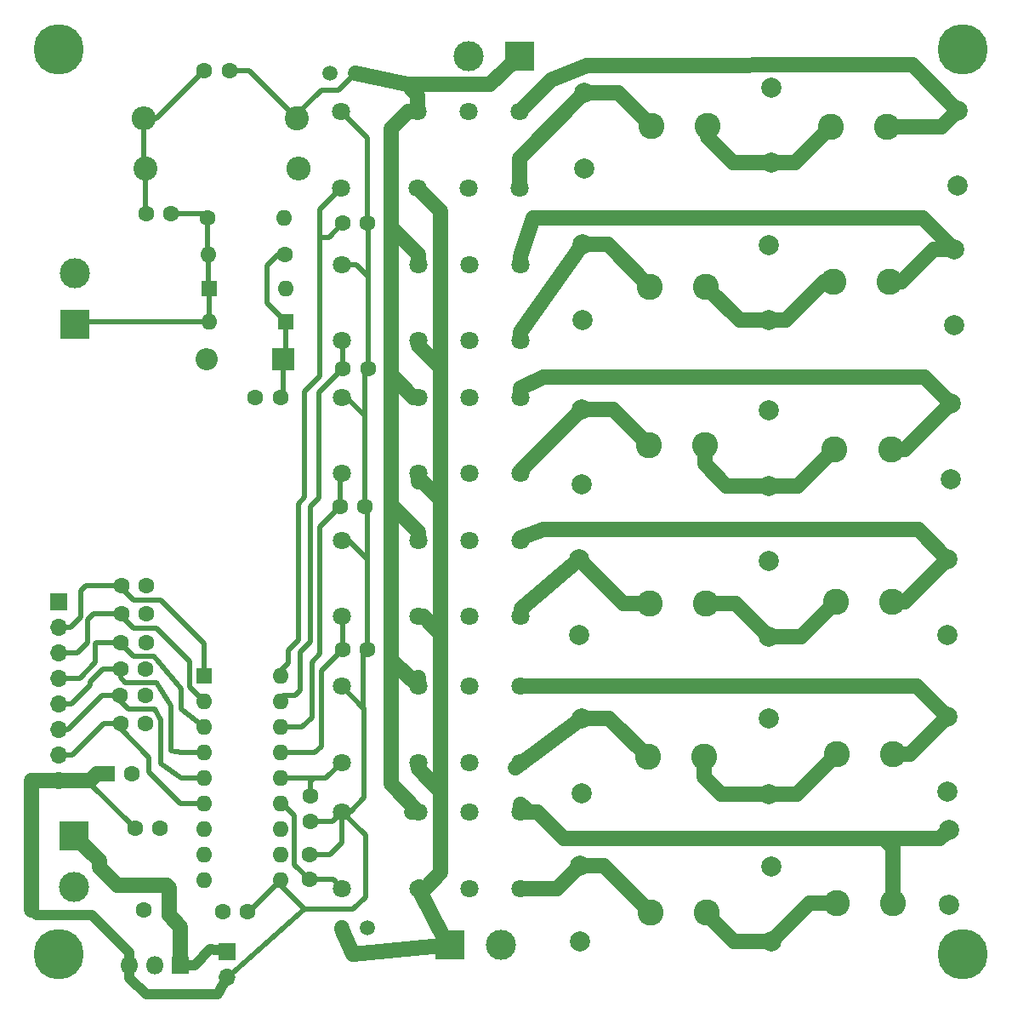
<source format=gbr>
G04 #@! TF.FileFunction,Copper,L2,Bot,Signal*
%FSLAX46Y46*%
G04 Gerber Fmt 4.6, Leading zero omitted, Abs format (unit mm)*
G04 Created by KiCad (PCBNEW 4.0.7) date 07/06/19 09:25:32*
%MOMM*%
%LPD*%
G01*
G04 APERTURE LIST*
%ADD10C,0.100000*%
%ADD11R,1.600000X1.600000*%
%ADD12C,1.600000*%
%ADD13C,2.600000*%
%ADD14C,1.500000*%
%ADD15R,3.000000X3.000000*%
%ADD16C,3.000000*%
%ADD17C,5.000000*%
%ADD18C,2.000000*%
%ADD19C,1.800000*%
%ADD20R,1.700000X1.700000*%
%ADD21O,1.700000X1.700000*%
%ADD22R,1.800000X1.800000*%
%ADD23O,1.800000X1.800000*%
%ADD24O,1.600000X1.600000*%
%ADD25C,2.400000*%
%ADD26O,2.400000X2.400000*%
%ADD27R,2.200000X2.200000*%
%ADD28O,2.200000X2.200000*%
%ADD29C,1.500000*%
%ADD30C,0.500000*%
%ADD31C,1.000000*%
G04 APERTURE END LIST*
D10*
D11*
X49789080Y-117012720D03*
D12*
X52289080Y-117012720D03*
D13*
X122148600Y-68122800D03*
X127748600Y-68122800D03*
X103670100Y-115366800D03*
X109270100Y-115366800D03*
D14*
X74587100Y-47317700D03*
X72047100Y-47317700D03*
D15*
X90906600Y-45643800D03*
D16*
X85826600Y-45643800D03*
D14*
X73190100Y-132323800D03*
X75730100Y-132323800D03*
D15*
X83921600Y-134035800D03*
D16*
X89001600Y-134035800D03*
D17*
X45000000Y-135000000D03*
X135000000Y-135000000D03*
X135000000Y-45000000D03*
X45000000Y-45000000D03*
D13*
X103860600Y-100126800D03*
X109460600Y-100126800D03*
X103936800Y-130860800D03*
X109536800Y-130860800D03*
X121894600Y-52692300D03*
X127494600Y-52692300D03*
X122250200Y-84734400D03*
X127850200Y-84734400D03*
X122377200Y-99923600D03*
X127977200Y-99923600D03*
X122453400Y-115062000D03*
X128053400Y-115062000D03*
X122428000Y-129921000D03*
X128028000Y-129921000D03*
D18*
X97320100Y-49326800D03*
X97320100Y-56826800D03*
X97193100Y-64376300D03*
X97193100Y-71876300D03*
X97066100Y-80759300D03*
X97066100Y-88259300D03*
X96812100Y-95681800D03*
X96812100Y-103181800D03*
X97066100Y-111493300D03*
X97066100Y-118993300D03*
X96875600Y-126161800D03*
X96875600Y-133661800D03*
X115989100Y-56248300D03*
X115989100Y-48748300D03*
X115671600Y-71932800D03*
X115671600Y-64432800D03*
X115671600Y-88379300D03*
X115671600Y-80879300D03*
X115671600Y-103365300D03*
X115671600Y-95865300D03*
X115735100Y-119049800D03*
X115735100Y-111549800D03*
X115951000Y-133731000D03*
X115951000Y-126231000D03*
X134531100Y-51041300D03*
X134531100Y-58541300D03*
X134162800Y-64897000D03*
X134162800Y-72397000D03*
X133807200Y-80187800D03*
X133807200Y-87687800D03*
X133502400Y-95681800D03*
X133502400Y-103181800D03*
X133477000Y-111328200D03*
X133477000Y-118828200D03*
X133616700Y-122593100D03*
X133616700Y-130093100D03*
D13*
X103987600Y-52565300D03*
X109587600Y-52565300D03*
X103860600Y-68567300D03*
X109460600Y-68567300D03*
X103733600Y-84315300D03*
X109333600Y-84315300D03*
D19*
X80716100Y-51140200D03*
X90876100Y-51140200D03*
X85796100Y-51140200D03*
X85796100Y-58740200D03*
X80716100Y-58740200D03*
X90876100Y-58740200D03*
X73096100Y-51140200D03*
X73096100Y-58740200D03*
X80779600Y-66354800D03*
X90939600Y-66354800D03*
X85859600Y-66354800D03*
X85859600Y-73954800D03*
X80779600Y-73954800D03*
X90939600Y-73954800D03*
X73159600Y-66354800D03*
X73159600Y-73954800D03*
X80779600Y-79562800D03*
X90939600Y-79562800D03*
X85859600Y-79562800D03*
X85859600Y-87162800D03*
X80779600Y-87162800D03*
X90939600Y-87162800D03*
X73159600Y-79562800D03*
X73159600Y-87162800D03*
X80779600Y-93786800D03*
X90939600Y-93786800D03*
X85859600Y-93786800D03*
X85859600Y-101386800D03*
X80779600Y-101386800D03*
X90939600Y-101386800D03*
X73159600Y-93786800D03*
X73159600Y-101386800D03*
X80789760Y-108295280D03*
X90949760Y-108295280D03*
X85869760Y-108295280D03*
X85869760Y-115895280D03*
X80789760Y-115895280D03*
X90949760Y-115895280D03*
X73169760Y-108295280D03*
X73169760Y-115895280D03*
X80845640Y-120812400D03*
X91005640Y-120812400D03*
X85925640Y-120812400D03*
X85925640Y-128412400D03*
X80845640Y-128412400D03*
X91005640Y-128412400D03*
X73225640Y-120812400D03*
X73225640Y-128412400D03*
D11*
X55981600Y-130606800D03*
D12*
X53481600Y-130606800D03*
D15*
X46520100Y-123177300D03*
D16*
X46520100Y-128257300D03*
D20*
X61760100Y-134721600D03*
D21*
X61760100Y-137261600D03*
D22*
X57124600Y-136067800D03*
D23*
X54584600Y-136067800D03*
X52044600Y-136067800D03*
D11*
X59474100Y-107302300D03*
D24*
X67094100Y-127622300D03*
X59474100Y-109842300D03*
X67094100Y-125082300D03*
X59474100Y-112382300D03*
X67094100Y-122542300D03*
X59474100Y-114922300D03*
X67094100Y-120002300D03*
X59474100Y-117462300D03*
X67094100Y-117462300D03*
X59474100Y-120002300D03*
X67094100Y-114922300D03*
X59474100Y-122542300D03*
X67094100Y-112382300D03*
X59474100Y-125082300D03*
X67094100Y-109842300D03*
X59474100Y-127622300D03*
X67094100Y-107302300D03*
D12*
X63817500Y-130759200D03*
X61317500Y-130759200D03*
X73253600Y-62280800D03*
X75753600Y-62280800D03*
X73317100Y-76695300D03*
X75817100Y-76695300D03*
X70078600Y-119240300D03*
X70078600Y-121740300D03*
X69951600Y-127558800D03*
X69951600Y-125058800D03*
X72999600Y-90474800D03*
X75499600Y-90474800D03*
X73253600Y-104698800D03*
X75753600Y-104698800D03*
X59512200Y-47050960D03*
X62012200Y-47050960D03*
X56184800Y-61341000D03*
X53684800Y-61341000D03*
X67056000Y-79629000D03*
X64556000Y-79629000D03*
D11*
X67586860Y-72085200D03*
D24*
X59966860Y-72085200D03*
D11*
X60015120Y-68732400D03*
D24*
X67635120Y-68732400D03*
D15*
X46603920Y-72308720D03*
D16*
X46603920Y-67228720D03*
D20*
X45039280Y-99913440D03*
D21*
X45039280Y-102453440D03*
X45039280Y-104993440D03*
X45039280Y-107533440D03*
X45039280Y-110073440D03*
X45039280Y-112613440D03*
X45039280Y-115153440D03*
X45039280Y-117693440D03*
D25*
X68719700Y-51828700D03*
D26*
X53479700Y-51828700D03*
D25*
X53644800Y-56819800D03*
D26*
X68884800Y-56819800D03*
D27*
X67335400Y-75829160D03*
D28*
X59715400Y-75829160D03*
D12*
X67503040Y-65379600D03*
D24*
X59883040Y-65379600D03*
D12*
X59829700Y-61696600D03*
D24*
X67449700Y-61696600D03*
D12*
X51257200Y-98298000D03*
X53757200Y-98298000D03*
X51257200Y-101092000D03*
X53757200Y-101092000D03*
X51206400Y-103987600D03*
X53706400Y-103987600D03*
X51155600Y-106578400D03*
X53655600Y-106578400D03*
X51104800Y-109270800D03*
X53604800Y-109270800D03*
X51155600Y-112014000D03*
X53655600Y-112014000D03*
X52578000Y-122478800D03*
X55078000Y-122478800D03*
D29*
X90876100Y-58740200D02*
X90876100Y-55770800D01*
X90876100Y-55770800D02*
X97320100Y-49326800D01*
X97320100Y-49326800D02*
X100749100Y-49326800D01*
X100749100Y-49326800D02*
X103987600Y-52565300D01*
X90939600Y-73954800D02*
X90939600Y-73068200D01*
X90939600Y-73068200D02*
X97193100Y-64376300D01*
X97193100Y-64376300D02*
X99669600Y-64376300D01*
X99669600Y-64376300D02*
X103860600Y-68567300D01*
D30*
X134793900Y-45000000D02*
X135000000Y-45000000D01*
D29*
X133426200Y-129921000D02*
X133629400Y-130124200D01*
X133629400Y-129895600D02*
X133629400Y-130124200D01*
X90949760Y-115895280D02*
X90497640Y-116441240D01*
X90497640Y-116441240D02*
X97066100Y-111493300D01*
X97066100Y-111493300D02*
X99796600Y-111493300D01*
X99796600Y-111493300D02*
X103670100Y-115366800D01*
X91005640Y-128412400D02*
X94625000Y-128412400D01*
X94625000Y-128412400D02*
X96875600Y-126161800D01*
X96875600Y-126161800D02*
X99237800Y-126161800D01*
X99237800Y-126161800D02*
X103936800Y-130860800D01*
X109333600Y-84315300D02*
X109333600Y-86245000D01*
X111467900Y-88379300D02*
X115671600Y-88379300D01*
X109333600Y-86245000D02*
X111467900Y-88379300D01*
X115671600Y-88379300D02*
X118605300Y-88379300D01*
X118605300Y-88379300D02*
X122250200Y-84734400D01*
X109460600Y-100126800D02*
X112433100Y-100126800D01*
X112433100Y-100126800D02*
X115671600Y-103365300D01*
X115671600Y-103365300D02*
X118935500Y-103365300D01*
X118935500Y-103365300D02*
X122377200Y-99923600D01*
X109270100Y-115366800D02*
X109270100Y-117347300D01*
X110972600Y-119049800D02*
X115735100Y-119049800D01*
X109270100Y-117347300D02*
X110972600Y-119049800D01*
X115735100Y-119049800D02*
X118465600Y-119049800D01*
X118465600Y-119049800D02*
X122453400Y-115062000D01*
X109536800Y-130860800D02*
X109536800Y-131025200D01*
X109536800Y-131025200D02*
X112242600Y-133731000D01*
X112242600Y-133731000D02*
X115951000Y-133731000D01*
X122428000Y-129921000D02*
X119761000Y-129921000D01*
X119761000Y-129921000D02*
X115951000Y-133731000D01*
X83032600Y-76657200D02*
X83032600Y-61056700D01*
X83032600Y-61056700D02*
X80716100Y-58740200D01*
X80845640Y-128412400D02*
X83449140Y-133563340D01*
X83449140Y-133563340D02*
X83921600Y-134035800D01*
X73190100Y-132323800D02*
X73190100Y-132511800D01*
X73190100Y-132511800D02*
X74264520Y-134950200D01*
X74264520Y-134950200D02*
X83921600Y-134035800D01*
X80789760Y-115895280D02*
X80789760Y-116552960D01*
X80789760Y-116552960D02*
X83032600Y-118795800D01*
X80779600Y-101386800D02*
X81308100Y-101386800D01*
X81308100Y-101386800D02*
X83032600Y-103111300D01*
X80779600Y-87162800D02*
X80779600Y-87523300D01*
X80779600Y-87523300D02*
X83032600Y-89776300D01*
X80845640Y-128412400D02*
X81480500Y-128412400D01*
X81480500Y-128412400D02*
X83032600Y-126860300D01*
X83032600Y-76657200D02*
X80779600Y-74404200D01*
X83032600Y-126860300D02*
X83032600Y-118795800D01*
X83032600Y-118795800D02*
X83032600Y-103111300D01*
X83032600Y-103111300D02*
X83032600Y-89776300D01*
X83032600Y-89776300D02*
X83032600Y-76657200D01*
X80779600Y-74404200D02*
X80779600Y-73954800D01*
X80789760Y-115895280D02*
X80911540Y-115895280D01*
X80845640Y-128412400D02*
X80904240Y-128260000D01*
X80789760Y-115895280D02*
X80789760Y-116446280D01*
X80779600Y-101386800D02*
X81295400Y-101386800D01*
X80779600Y-87162800D02*
X80779600Y-87942400D01*
D30*
X70967600Y-63652400D02*
X70967600Y-60868700D01*
X70967600Y-60868700D02*
X73096100Y-58740200D01*
X70967600Y-63652400D02*
X71882000Y-63652400D01*
X70967600Y-77520800D02*
X70967600Y-63652400D01*
X69507100Y-78981300D02*
X70967600Y-77520800D01*
X69507100Y-89522300D02*
X69507100Y-78981300D01*
X68872100Y-90157300D02*
X69507100Y-89522300D01*
X68872100Y-103746300D02*
X68872100Y-90157300D01*
X67856100Y-104762300D02*
X68872100Y-103746300D01*
X67856100Y-106032300D02*
X67856100Y-104762300D01*
X67094100Y-106794300D02*
X67856100Y-106032300D01*
X71882000Y-63652400D02*
X73253600Y-62280800D01*
X67094100Y-107302300D02*
X67094100Y-106794300D01*
X73317100Y-76695300D02*
X73317100Y-74112300D01*
X67360800Y-109220000D02*
X68567300Y-109220000D01*
X68567300Y-109220000D02*
X69062600Y-108724700D01*
X69062600Y-108724700D02*
X69062600Y-104889300D01*
X69062600Y-104889300D02*
X70078600Y-103873300D01*
X70078600Y-103873300D02*
X70078600Y-90411300D01*
X70078600Y-90411300D02*
X70904100Y-89585800D01*
X70904100Y-89585800D02*
X70904100Y-79108300D01*
X70904100Y-79108300D02*
X73317100Y-76695300D01*
X73317100Y-74112300D02*
X73159600Y-73954800D01*
X70396100Y-117462300D02*
X71602740Y-117462300D01*
X71602740Y-117462300D02*
X73169760Y-115895280D01*
X70078600Y-119240300D02*
X70078600Y-117779800D01*
X67094100Y-117462300D02*
X70396100Y-117462300D01*
X70078600Y-117779800D02*
X70396100Y-117462300D01*
X69951600Y-127558800D02*
X72372040Y-127558800D01*
X72372040Y-127558800D02*
X73225640Y-128412400D01*
X67284600Y-120002300D02*
X68491100Y-121208800D01*
X68491100Y-126098300D02*
X69951600Y-127558800D01*
X68491100Y-121208800D02*
X68491100Y-126098300D01*
X67094100Y-120002300D02*
X67284600Y-120002300D01*
X67094100Y-112382300D02*
X69253100Y-112382300D01*
X69253100Y-112382300D02*
X70205600Y-111429800D01*
X70205600Y-111429800D02*
X70205600Y-105905300D01*
X70205600Y-105905300D02*
X71031100Y-105079800D01*
X71031100Y-105079800D02*
X71031100Y-92443300D01*
X71031100Y-92443300D02*
X72999600Y-90474800D01*
X72999600Y-90474800D02*
X72999600Y-87322800D01*
X72999600Y-87322800D02*
X73159600Y-87162800D01*
X67094100Y-114922300D02*
X70523100Y-114922300D01*
X70523100Y-114922300D02*
X71158100Y-114287300D01*
X71158100Y-114287300D02*
X71158100Y-106794300D01*
X71158100Y-106794300D02*
X73253600Y-104698800D01*
X73253600Y-104698800D02*
X73253600Y-101480800D01*
X73253600Y-101480800D02*
X73159600Y-101386800D01*
D29*
X97066100Y-80759300D02*
X100177600Y-80759300D01*
X100177600Y-80759300D02*
X103733600Y-84315300D01*
X90939600Y-87162800D02*
X91117400Y-86708000D01*
X91117400Y-86708000D02*
X97066100Y-80759300D01*
X91033600Y-100634800D02*
X96812100Y-95681800D01*
X103860600Y-100126800D02*
X101257100Y-100126800D01*
X101257100Y-100126800D02*
X96812100Y-95681800D01*
X109587600Y-52565300D02*
X109587600Y-53707600D01*
X109587600Y-53707600D02*
X112128300Y-56248300D01*
X112128300Y-56248300D02*
X115989100Y-56248300D01*
X115989100Y-56248300D02*
X118338600Y-56248300D01*
X118338600Y-56248300D02*
X121894600Y-52692300D01*
X115671600Y-71932800D02*
X117373400Y-71932800D01*
X117373400Y-71932800D02*
X121183400Y-68122800D01*
X121183400Y-68122800D02*
X122148600Y-68122800D01*
X109460600Y-68567300D02*
X109460600Y-68617400D01*
X109460600Y-68617400D02*
X112776000Y-71932800D01*
X112776000Y-71932800D02*
X115671600Y-71932800D01*
X127494600Y-52692300D02*
X132880100Y-52692300D01*
X132880100Y-52692300D02*
X134531100Y-51041300D01*
X90876100Y-51140200D02*
X93990160Y-48028860D01*
X129971800Y-46482000D02*
X134531100Y-51041300D01*
X97566480Y-46548040D02*
X129971800Y-46482000D01*
X93990160Y-48028860D02*
X97566480Y-46548040D01*
X90939600Y-66354800D02*
X90939600Y-65524400D01*
X90939600Y-65524400D02*
X92252800Y-61772800D01*
X92252800Y-61772800D02*
X131038600Y-61772800D01*
X131038600Y-61772800D02*
X134162800Y-64897000D01*
X127748600Y-68122800D02*
X128905000Y-68122800D01*
X128905000Y-68122800D02*
X132130800Y-64897000D01*
X132130800Y-64897000D02*
X134162800Y-64897000D01*
X127850200Y-84734400D02*
X129260600Y-84734400D01*
X129260600Y-84734400D02*
X133807200Y-80187800D01*
X90939600Y-79562800D02*
X90939600Y-78707000D01*
X90939600Y-78707000D02*
X93243400Y-77597000D01*
X93243400Y-77597000D02*
X131216400Y-77597000D01*
X131216400Y-77597000D02*
X133807200Y-80187800D01*
X127977200Y-99923600D02*
X129260600Y-99923600D01*
X129260600Y-99923600D02*
X133502400Y-95681800D01*
X90939600Y-93786800D02*
X90939600Y-93566000D01*
X90939600Y-93566000D02*
X93268800Y-92735400D01*
X93268800Y-92735400D02*
X130556000Y-92735400D01*
X130556000Y-92735400D02*
X133502400Y-95681800D01*
X90949760Y-108295280D02*
X130444080Y-108295280D01*
X130444080Y-108295280D02*
X133477000Y-111328200D01*
X128053400Y-115062000D02*
X129743200Y-115062000D01*
X129743200Y-115062000D02*
X133477000Y-111328200D01*
X128028000Y-129921000D02*
X128028000Y-124383100D01*
X128028000Y-124383100D02*
X127127000Y-123482100D01*
X91005640Y-120812400D02*
X92631100Y-120812400D01*
X132727700Y-123482100D02*
X133616700Y-122593100D01*
X95300800Y-123482100D02*
X127127000Y-123482100D01*
X127127000Y-123482100D02*
X132727700Y-123482100D01*
X92631100Y-120812400D02*
X95300800Y-123482100D01*
X91005640Y-120812400D02*
X91005640Y-120058200D01*
X91005640Y-120058200D02*
X91516200Y-120533160D01*
X55981600Y-130606800D02*
X55981600Y-128371600D01*
X49022000Y-125679200D02*
X46520100Y-123177300D01*
X49022000Y-126339600D02*
X49022000Y-125679200D01*
X50800000Y-128117600D02*
X49022000Y-126339600D01*
X55727600Y-128117600D02*
X50800000Y-128117600D01*
X55981600Y-128371600D02*
X55727600Y-128117600D01*
D31*
X57124600Y-136067800D02*
X58521600Y-136067800D01*
X60109100Y-134480300D02*
X61760100Y-134721600D01*
X58521600Y-136067800D02*
X60109100Y-134480300D01*
D29*
X55981600Y-130606800D02*
X55981600Y-131114800D01*
X55981600Y-131114800D02*
X57124600Y-132257800D01*
X57124600Y-132257800D02*
X57124600Y-136067800D01*
D30*
X53644800Y-56819800D02*
X53644800Y-61301000D01*
X53644800Y-61301000D02*
X53684800Y-61341000D01*
X53479700Y-51828700D02*
X53479700Y-56654700D01*
X53479700Y-56654700D02*
X53644800Y-56819800D01*
X53479700Y-51828700D02*
X54734460Y-51828700D01*
X54734460Y-51828700D02*
X59512200Y-47050960D01*
X45039280Y-117693440D02*
X47792640Y-117693440D01*
X47792640Y-117693440D02*
X52578000Y-122478800D01*
D29*
X49789080Y-117012720D02*
X48839120Y-117012720D01*
X48158400Y-117693440D02*
X45039280Y-117693440D01*
X48839120Y-117012720D02*
X48158400Y-117693440D01*
X42307510Y-130585210D02*
X42307510Y-117687090D01*
X42307510Y-117687090D02*
X45039280Y-117693440D01*
D30*
X63817500Y-130759200D02*
X63957200Y-130759200D01*
X63957200Y-130759200D02*
X67094100Y-127622300D01*
X75753600Y-62280800D02*
X75753600Y-53797700D01*
X75753600Y-53797700D02*
X73096100Y-51140200D01*
X75817100Y-67574800D02*
X75817100Y-62344300D01*
X73159600Y-66354800D02*
X74597100Y-66354800D01*
X75817100Y-76695300D02*
X75817100Y-67574800D01*
X74597100Y-66354800D02*
X75817100Y-67574800D01*
X75499600Y-81417800D02*
X75499600Y-77012800D01*
X73644600Y-79562800D02*
X75499600Y-81417800D01*
X75499600Y-90474800D02*
X75499600Y-81417800D01*
X75753600Y-95705300D02*
X75753600Y-90728800D01*
X73835100Y-93786800D02*
X75753600Y-95705300D01*
X75753600Y-104698800D02*
X75753600Y-95705300D01*
X74031000Y-120812400D02*
X75412600Y-119430800D01*
X75412600Y-119430800D02*
X75412600Y-110538120D01*
X75412600Y-110538120D02*
X75350440Y-110475960D01*
X75350440Y-110475960D02*
X75350440Y-105101960D01*
X75350440Y-110475960D02*
X73169760Y-108295280D01*
X75539600Y-123126360D02*
X73225640Y-120812400D01*
X69443600Y-130479800D02*
X74333100Y-130479800D01*
X74333100Y-130479800D02*
X75539600Y-129273300D01*
X75539600Y-129273300D02*
X75539600Y-123126360D01*
X69951600Y-125058800D02*
X72007100Y-125058800D01*
X72007100Y-125058800D02*
X73225640Y-123840260D01*
X73225640Y-123840260D02*
X73225640Y-120812400D01*
X70078600Y-121740300D02*
X72297740Y-121740300D01*
X72297740Y-121740300D02*
X73225640Y-120812400D01*
X67094100Y-127622300D02*
X67094100Y-128130300D01*
X67094100Y-128130300D02*
X69443600Y-130479800D01*
X61760100Y-137261600D02*
X61823600Y-137261600D01*
X61823600Y-137261600D02*
X69443600Y-130479800D01*
D31*
X52044600Y-136067800D02*
X52044600Y-134797800D01*
X42773600Y-131051300D02*
X42307510Y-130585210D01*
X42307510Y-130585210D02*
X42265600Y-130543300D01*
X48298100Y-131051300D02*
X42773600Y-131051300D01*
X52044600Y-134797800D02*
X48298100Y-131051300D01*
X52044600Y-136067800D02*
X52044600Y-137337800D01*
X60871100Y-138988800D02*
X61760100Y-137261600D01*
X53695600Y-138988800D02*
X60871100Y-138988800D01*
X52044600Y-137337800D02*
X53695600Y-138988800D01*
D30*
X75817100Y-62344300D02*
X75753600Y-62280800D01*
X73159600Y-79562800D02*
X73644600Y-79562800D01*
X75499600Y-77012800D02*
X75817100Y-76695300D01*
X73159600Y-93786800D02*
X73835100Y-93786800D01*
X75753600Y-90728800D02*
X75499600Y-90474800D01*
X75350440Y-105101960D02*
X75753600Y-104698800D01*
X73225640Y-120812400D02*
X74031000Y-120812400D01*
X73159600Y-66354800D02*
X73967500Y-66354800D01*
X73159600Y-79562800D02*
X73159600Y-79037200D01*
X73159600Y-93786800D02*
X73159600Y-93769200D01*
X73169760Y-108295280D02*
X73169760Y-107706180D01*
X73096100Y-51140200D02*
X73096100Y-51722000D01*
X73322340Y-120660000D02*
X73225640Y-120812400D01*
X59966860Y-72085200D02*
X46827440Y-72085200D01*
X46827440Y-72085200D02*
X46603920Y-72308720D01*
X60015120Y-68732400D02*
X60015120Y-72036940D01*
X60015120Y-72036940D02*
X59966860Y-72085200D01*
X59883040Y-65379600D02*
X59883040Y-68600320D01*
X59883040Y-68600320D02*
X60015120Y-68732400D01*
X59829700Y-61696600D02*
X59829700Y-65326260D01*
X59829700Y-65326260D02*
X59883040Y-65379600D01*
X56184800Y-61341000D02*
X59474100Y-61341000D01*
X59474100Y-61341000D02*
X59829700Y-61696600D01*
X62012200Y-47050960D02*
X63941960Y-47050960D01*
X63941960Y-47050960D02*
X68719700Y-51828700D01*
X68719700Y-51828700D02*
X68719700Y-51447700D01*
X68719700Y-51447700D02*
X71132700Y-49034700D01*
X71132700Y-49034700D02*
X72870100Y-49034700D01*
X72870100Y-49034700D02*
X74587100Y-47317700D01*
D29*
X80716100Y-51140200D02*
X80716100Y-49512200D01*
X80716100Y-49512200D02*
X79677300Y-48473400D01*
X74587100Y-47317700D02*
X79677300Y-48473400D01*
X79677300Y-48473400D02*
X87957620Y-48473400D01*
X87957620Y-48473400D02*
X90906600Y-45643800D01*
X80779600Y-66354800D02*
X80779600Y-65361800D01*
X80779600Y-65361800D02*
X78079600Y-62661800D01*
X80779600Y-79562800D02*
X80312100Y-79562800D01*
X80312100Y-79562800D02*
X78079600Y-77330300D01*
X80779600Y-93786800D02*
X80779600Y-92984300D01*
X80779600Y-92984300D02*
X78079600Y-90284300D01*
X78079600Y-105905300D02*
X78399780Y-105905300D01*
X78399780Y-105905300D02*
X80789760Y-108295280D01*
X80716100Y-51140200D02*
X79758700Y-51140200D01*
X79758700Y-51140200D02*
X78079600Y-52819300D01*
X78079600Y-52819300D02*
X78079600Y-62661800D01*
X78079600Y-118046360D02*
X80845640Y-120812400D01*
X78079600Y-62661800D02*
X78079600Y-77330300D01*
X78079600Y-77330300D02*
X78079600Y-90284300D01*
X78079600Y-90284300D02*
X78079600Y-105905300D01*
X78079600Y-105905300D02*
X78079600Y-118046360D01*
X80845640Y-120812400D02*
X80124140Y-120812400D01*
X80779600Y-66354800D02*
X80779600Y-66225400D01*
X80779600Y-79562800D02*
X80578800Y-79562800D01*
X80789760Y-108295280D02*
X80789760Y-107454680D01*
D30*
X67335400Y-75829160D02*
X67335400Y-79349600D01*
X67335400Y-79349600D02*
X67056000Y-79629000D01*
X67586860Y-72085200D02*
X67586860Y-75577700D01*
X67586860Y-75577700D02*
X67335400Y-75829160D01*
X67503040Y-65379600D02*
X66832480Y-65379600D01*
X66832480Y-65379600D02*
X65714880Y-66497200D01*
X65714880Y-66497200D02*
X65714880Y-70213220D01*
X65714880Y-70213220D02*
X67586860Y-72085200D01*
X51257200Y-98298000D02*
X51257200Y-98552000D01*
X51257200Y-98552000D02*
X52425600Y-99720400D01*
X59474100Y-104076500D02*
X59474100Y-107302300D01*
X55118000Y-99720400D02*
X59474100Y-104076500D01*
X52425600Y-99720400D02*
X55118000Y-99720400D01*
X45039280Y-102453440D02*
X46187360Y-102453440D01*
X47701200Y-98298000D02*
X51257200Y-98298000D01*
X47193200Y-98806000D02*
X47701200Y-98298000D01*
X47193200Y-101447600D02*
X47193200Y-98806000D01*
X46187360Y-102453440D02*
X47193200Y-101447600D01*
X51257200Y-101092000D02*
X51257200Y-101346000D01*
X51257200Y-101346000D02*
X52476400Y-102565200D01*
X58013600Y-108381800D02*
X59474100Y-109842300D01*
X58013600Y-105867200D02*
X58013600Y-108381800D01*
X54711600Y-102565200D02*
X58013600Y-105867200D01*
X52476400Y-102565200D02*
X54711600Y-102565200D01*
X45039280Y-104993440D02*
X46847760Y-104993440D01*
X48463200Y-101092000D02*
X51257200Y-101092000D01*
X47893202Y-101661998D02*
X48463200Y-101092000D01*
X47893202Y-103947998D02*
X47893202Y-101661998D01*
X46847760Y-104993440D02*
X47893202Y-103947998D01*
X51206400Y-103987600D02*
X51206400Y-104089200D01*
X51206400Y-104089200D02*
X52425600Y-105308400D01*
X57200800Y-110617000D02*
X59474100Y-112382300D01*
X57200800Y-108559600D02*
X57200800Y-110617000D01*
X54457600Y-105308400D02*
X57200800Y-108559600D01*
X52425600Y-105308400D02*
X54457600Y-105308400D01*
X45039280Y-107533440D02*
X47101760Y-107533440D01*
X48717200Y-103987600D02*
X51206400Y-103987600D01*
X48666400Y-104038400D02*
X48717200Y-103987600D01*
X48666400Y-105968800D02*
X48666400Y-104038400D01*
X47101760Y-107533440D02*
X48666400Y-105968800D01*
X51155600Y-106578400D02*
X51155600Y-107492800D01*
X57315100Y-114922300D02*
X59474100Y-114922300D01*
X56184800Y-114706400D02*
X57315100Y-114922300D01*
X56184800Y-110286800D02*
X56184800Y-114706400D01*
X54762400Y-107950000D02*
X56184800Y-110286800D01*
X51612800Y-107950000D02*
X54762400Y-107950000D01*
X51155600Y-107492800D02*
X51612800Y-107950000D01*
X45039280Y-110073440D02*
X46288960Y-110073440D01*
X49428400Y-106578400D02*
X51155600Y-106578400D01*
X48107600Y-107899200D02*
X49428400Y-106578400D01*
X48107600Y-108254800D02*
X48107600Y-107899200D01*
X46288960Y-110073440D02*
X48107600Y-108254800D01*
X51104800Y-109270800D02*
X51104800Y-109778800D01*
X51104800Y-109778800D02*
X51917600Y-110591600D01*
X57162700Y-117462300D02*
X59474100Y-117462300D01*
X55168800Y-115976400D02*
X57162700Y-117462300D01*
X55168800Y-111709200D02*
X55168800Y-115976400D01*
X54559200Y-110591600D02*
X55168800Y-111709200D01*
X51917600Y-110591600D02*
X54559200Y-110591600D01*
X45039280Y-112613440D02*
X45933360Y-112613440D01*
X49276000Y-109270800D02*
X51104800Y-109270800D01*
X45933360Y-112613440D02*
X49276000Y-109270800D01*
X51155600Y-112014000D02*
X51155600Y-112572800D01*
X51155600Y-112572800D02*
X54000400Y-115417600D01*
X57111900Y-120002300D02*
X59474100Y-120002300D01*
X54000400Y-116890800D02*
X57111900Y-120002300D01*
X54000400Y-115417600D02*
X54000400Y-116890800D01*
X45039280Y-115153440D02*
X46339760Y-115153440D01*
X49479200Y-112014000D02*
X51155600Y-112014000D01*
X46339760Y-115153440D02*
X49479200Y-112014000D01*
M02*

</source>
